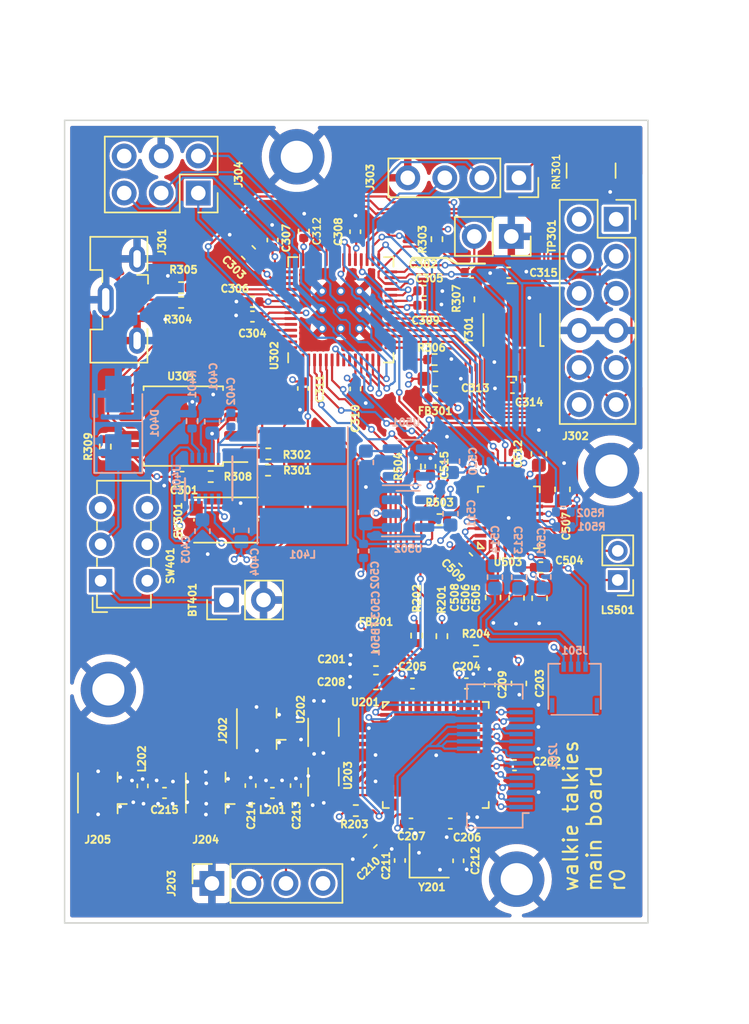
<source format=kicad_pcb>
(kicad_pcb (version 20211014) (generator pcbnew)

  (general
    (thickness 1.723)
  )

  (paper "A4")
  (layers
    (0 "F.Cu" signal)
    (1 "In1.Cu" signal)
    (2 "In2.Cu" signal)
    (31 "B.Cu" signal)
    (32 "B.Adhes" user "B.Adhesive")
    (33 "F.Adhes" user "F.Adhesive")
    (34 "B.Paste" user)
    (35 "F.Paste" user)
    (36 "B.SilkS" user "B.Silkscreen")
    (37 "F.SilkS" user "F.Silkscreen")
    (38 "B.Mask" user)
    (39 "F.Mask" user)
    (40 "Dwgs.User" user "User.Drawings")
    (41 "Cmts.User" user "User.Comments")
    (42 "Eco1.User" user "User.Eco1")
    (43 "Eco2.User" user "User.Eco2")
    (44 "Edge.Cuts" user)
    (45 "Margin" user)
    (46 "B.CrtYd" user "B.Courtyard")
    (47 "F.CrtYd" user "F.Courtyard")
    (48 "B.Fab" user)
    (49 "F.Fab" user)
    (50 "User.1" user)
    (51 "User.2" user)
    (52 "User.3" user)
    (53 "User.4" user)
    (54 "User.5" user)
    (55 "User.6" user)
    (56 "User.7" user)
    (57 "User.8" user)
    (58 "User.9" user)
  )

  (setup
    (stackup
      (layer "F.SilkS" (type "Top Silk Screen"))
      (layer "F.Paste" (type "Top Solder Paste"))
      (layer "F.Mask" (type "Top Solder Mask") (thickness 0.01))
      (layer "F.Cu" (type "copper") (thickness 0.035))
      (layer "dielectric 1" (type "core") (thickness 0.2021) (material "FR4") (epsilon_r 4.5) (loss_tangent 0.02))
      (layer "In1.Cu" (type "copper") (thickness 0.0175))
      (layer "dielectric 2" (type "prepreg") (thickness 1.1938) (material "FR4") (epsilon_r 4.5) (loss_tangent 0.02))
      (layer "In2.Cu" (type "copper") (thickness 0.0175))
      (layer "dielectric 3" (type "core") (thickness 0.2021) (material "FR4") (epsilon_r 4.5) (loss_tangent 0.02))
      (layer "B.Cu" (type "copper") (thickness 0.035))
      (layer "B.Mask" (type "Bottom Solder Mask") (thickness 0.01))
      (layer "B.Paste" (type "Bottom Solder Paste"))
      (layer "B.SilkS" (type "Bottom Silk Screen"))
      (copper_finish "Immersion gold")
      (dielectric_constraints no)
    )
    (pad_to_mask_clearance 0)
    (pcbplotparams
      (layerselection 0x00010fc_ffffffff)
      (disableapertmacros false)
      (usegerberextensions false)
      (usegerberattributes true)
      (usegerberadvancedattributes true)
      (creategerberjobfile true)
      (svguseinch false)
      (svgprecision 6)
      (excludeedgelayer true)
      (plotframeref false)
      (viasonmask false)
      (mode 1)
      (useauxorigin false)
      (hpglpennumber 1)
      (hpglpenspeed 20)
      (hpglpendiameter 15.000000)
      (dxfpolygonmode true)
      (dxfimperialunits true)
      (dxfusepcbnewfont true)
      (psnegative false)
      (psa4output false)
      (plotreference true)
      (plotvalue true)
      (plotinvisibletext false)
      (sketchpadsonfab false)
      (subtractmaskfromsilk false)
      (outputformat 1)
      (mirror false)
      (drillshape 0)
      (scaleselection 1)
      (outputdirectory "main-board/")
    )
  )

  (net 0 "")
  (net 1 "Net-(BT401-Pad1)")
  (net 2 "GND")
  (net 3 "/RF/DEVDD_3V3")
  (net 4 "Net-(C208-Pad1)")
  (net 5 "Net-(C209-Pad1)")
  (net 6 "Net-(C210-Pad1)")
  (net 7 "/RF/XTAL0")
  (net 8 "/RF/XTAL1")
  (net 9 "/RF/RF09_UNBAL")
  (net 10 "Net-(C214-Pad1)")
  (net 11 "/RF/RF09_CONN")
  (net 12 "/rp2040/RPI_3V3")
  (net 13 "/power/PGOOD")
  (net 14 "/rp2040/RPI_1V1")
  (net 15 "/rp2040/XIN")
  (net 16 "Net-(C315-Pad1)")
  (net 17 "Net-(C401-Pad1)")
  (net 18 "Net-(C402-Pad1)")
  (net 19 "Net-(C402-Pad2)")
  (net 20 "/power/VBIAS")
  (net 21 "/rp2040/PER_3V3")
  (net 22 "/audio/AVDD_1V8")
  (net 23 "GNDA")
  (net 24 "/audio/DVDDIO_3V3")
  (net 25 "Net-(C505-Pad2)")
  (net 26 "Net-(C506-Pad2)")
  (net 27 "Net-(C508-Pad2)")
  (net 28 "Net-(C509-Pad2)")
  (net 29 "/audio/DVDD_1V8")
  (net 30 "/audio/MIC_N")
  (net 31 "Net-(C513-Pad2)")
  (net 32 "Net-(C514-Pad1)")
  (net 33 "/audio/MIC_P")
  (net 34 "/power/VUSB")
  (net 35 "/RF/FE24_A")
  (net 36 "/RF/FE24_B")
  (net 37 "/RF/RXCLK_P")
  (net 38 "/RF/RXCLK_N")
  (net 39 "/RF/RXD24_P")
  (net 40 "/RF/RXD24_N")
  (net 41 "/RF/RXD09_P")
  (net 42 "/RF/RX09D_N")
  (net 43 "/RF/RF09_P")
  (net 44 "/RF/RF09_N")
  (net 45 "/RF/RF24_P")
  (net 46 "/RF/RF24_N")
  (net 47 "/RF/TXCLK_P")
  (net 48 "/RF/TXCLK_N")
  (net 49 "/RF/TXD_P")
  (net 50 "/RF/TXD_N")
  (net 51 "Net-(J202-Pad1)")
  (net 52 "/RF/FE09_A")
  (net 53 "/RF/FE09_B")
  (net 54 "/rp2040/USB_P")
  (net 55 "unconnected-(J301-Pad4)")
  (net 56 "/rp2040/USB_N")
  (net 57 "/audio/MAX_SCL")
  (net 58 "/audio/MAX_SDA")
  (net 59 "/rp2040/PER_IRQ")
  (net 60 "/rp2040/VOLUME")
  (net 61 "/rp2040/BOOST")
  (net 62 "/rp2040/PTT")
  (net 63 "/rp2040/SIGNAL_DETECT")
  (net 64 "/rp2040/TX_ACTIVE")
  (net 65 "/rp2040/SWCLK")
  (net 66 "/rp2040/SWDIO")
  (net 67 "/rp2040/FPGA_MISO")
  (net 68 "/rp2040/FPGA_CSN")
  (net 69 "/rp2040/FPGA_MOSI")
  (net 70 "/rp2040/FPGA_SCK")
  (net 71 "/audio/SPKR+")
  (net 72 "/audio/SPKR-")
  (net 73 "/RF/AT86RF_SCK")
  (net 74 "/RF/AT86RF_CSN")
  (net 75 "/RF/AT86RF_RSTN")
  (net 76 "/RF/AT86RF_IRQ")
  (net 77 "/rp2040/FLASH_CSN")
  (net 78 "Net-(R302-Pad2)")
  (net 79 "Net-(R304-Pad1)")
  (net 80 "Net-(R305-Pad1)")
  (net 81 "/rp2040/XOUT")
  (net 82 "Net-(R401-Pad2)")
  (net 83 "/audio/MAX_IRQ")
  (net 84 "unconnected-(SW401-Pad3)")
  (net 85 "unconnected-(U201-Pad22)")
  (net 86 "/RF/AT86RF_MOSI")
  (net 87 "/RF/AT86RF_MISO")
  (net 88 "/rp2040/FLASH_SDO")
  (net 89 "/rp2040/FLASH_IO2")
  (net 90 "/rp2040/FLASH_SDI")
  (net 91 "/rp2040/FLASH_SCK")
  (net 92 "/rp2040/FLASH_IO3")
  (net 93 "unconnected-(U302-Pad41)")
  (net 94 "unconnected-(U302-Pad40)")
  (net 95 "/rp2040/BAT_SENSE")
  (net 96 "unconnected-(U302-Pad37)")
  (net 97 "/audio/BCLK")
  (net 98 "/audio/MCLK")
  (net 99 "/audio/SDOUT")
  (net 100 "/audio/SDIN")
  (net 101 "/audio/LRCLK")
  (net 102 "unconnected-(U302-Pad9)")
  (net 103 "unconnected-(U302-Pad8)")
  (net 104 "unconnected-(U401-Pad11)")
  (net 105 "unconnected-(U501-Pad4)")
  (net 106 "unconnected-(U502-Pad4)")
  (net 107 "unconnected-(U503-Pad20)")
  (net 108 "unconnected-(U503-Pad21)")

  (footprint "Capacitor_SMD:C_0402_1005Metric" (layer "F.Cu") (at 30.74 63.06 180))

  (footprint "footprints2:AT86RF215-ZU" (layer "F.Cu") (at 41.94 60.46))

  (footprint "Capacitor_SMD:C_0402_1005Metric" (layer "F.Cu") (at 41.91 35.985 180))

  (footprint "Capacitor_SMD:C_0603_1608Metric" (layer "F.Cu") (at 49.01 39.83 90))

  (footprint "MountingHole:MountingHole_2.2mm_M2_ISO14580_Pad" (layer "F.Cu") (at 19.49 55.97))

  (footprint "Button_Switch_THT:SW_E-Switch_EG1271_DPDT" (layer "F.Cu") (at 18.96 48.5175 90))

  (footprint "Capacitor_SMD:C_0402_1005Metric" (layer "F.Cu") (at 39.48 67.69 -90))

  (footprint "Capacitor_SMD:C_0402_1005Metric" (layer "F.Cu") (at 29.24 62.56 90))

  (footprint "Capacitor_SMD:C_0402_1005Metric" (layer "F.Cu") (at 23.34 63.06 180))

  (footprint "Capacitor_SMD:C_0402_1005Metric" (layer "F.Cu") (at 32.84 35.345 -90))

  (footprint "Capacitor_SMD:C_0603_1608Metric" (layer "F.Cu") (at 49.06 49.72 90))

  (footprint "Capacitor_SMD:C_0603_1608Metric" (layer "F.Cu") (at 41.92 34.685))

  (footprint "Capacitor_SMD:C_0402_1005Metric" (layer "F.Cu") (at 44.04 55.56))

  (footprint "Capacitor_SMD:C_0402_1005Metric" (layer "F.Cu") (at 44.4 27.395))

  (footprint "Capacitor_SMD:C_0402_1005Metric" (layer "F.Cu") (at 49.15 47.61 180))

  (footprint "RF_Converter:Balun_Johanson_0896BM15A0001" (layer "F.Cu") (at 34.24 61.96 90))

  (footprint "Capacitor_SMD:C_0402_1005Metric" (layer "F.Cu") (at 29.36 29.405 180))

  (footprint "Capacitor_SMD:C_0603_1608Metric" (layer "F.Cu") (at 43.99 47.07 -45))

  (footprint "Connector_PinSocket_2.54mm:PinSocket_2x03_P2.54mm_Vertical" (layer "F.Cu") (at 25.655 21.955 -90))

  (footprint "MountingHole:MountingHole_2.2mm_M2_ISO14580_Pad" (layer "F.Cu") (at 53.99 40.97))

  (footprint "footprints:max9860etg&plus_" (layer "F.Cu") (at 46.95 44.18 90))

  (footprint "Capacitor_SMD:C_0402_1005Metric" (layer "F.Cu") (at 21.84 62.58 90))

  (footprint "Crystal:Crystal_SMD_0603-4Pin_6.0x3.5mm" (layer "F.Cu") (at 47.1575 31.3375 90))

  (footprint "Button_Switch_SMD:SW_Push_1P1T_NO_CK_KMR2" (layer "F.Cu") (at 27.56 44.36))

  (footprint "Connector_Coaxial:U.FL_Hirose_U.FL-R-SMT-1_Vertical" (layer "F.Cu") (at 26.64 63.06 180))

  (footprint "Resistor_SMD:R_0402_1005Metric" (layer "F.Cu") (at 36.46 64.27 180))

  (footprint "Capacitor_SMD:C_0402_1005Metric" (layer "F.Cu") (at 45.64 55.66 90))

  (footprint "Resistor_SMD:R_0402_1005Metric" (layer "F.Cu") (at 42.02 25.115 -90))

  (footprint "Resistor_SMD:R_0402_1005Metric" (layer "F.Cu") (at 30.46 39.825))

  (footprint "Capacitor_SMD:C_0402_1005Metric" (layer "F.Cu") (at 41.57 40.68 90))

  (footprint "Capacitor_SMD:C_0402_1005Metric" (layer "F.Cu") (at 47.2 35.305 180))

  (footprint "Resistor_SMD:R_0402_1005Metric" (layer "F.Cu") (at 26.51 41.38))

  (footprint "Package_SO:SOIC-8_5.23x5.23mm_P1.27mm" (layer "F.Cu") (at 24.63 37.925 180))

  (footprint "Connector_PinHeader_2.00mm:PinHeader_1x02_P2.00mm_Vertical" (layer "F.Cu") (at 54.42 48.47 180))

  (footprint "Resistor_SMD:R_0402_1005Metric" (layer "F.Cu") (at 42.2 44.33))

  (footprint "Connector_PinSocket_2.54mm:PinSocket_2x06_P2.54mm_Vertical" (layer "F.Cu") (at 54.31 23.75))

  (footprint "Connector_PinHeader_2.54mm:PinHeader_1x02_P2.54mm_Vertical" (layer "F.Cu") (at 27.59 49.84 90))

  (footprint "Capacitor_SMD:C_0402_1005Metric" (layer "F.Cu")
    (tedit 5F68FEEE) (tstamp 6bacc7bd-d8eb-4b34-a70a-4cf97da8a408)
    (at 47.34 61.16)
    (descr "Capacitor SMD 0402 (1005 Metric), square (rectangular) end terminal, IPC_7351 nominal, (Body size source: IPC-SM-782 page 76, https://www.pcb-3d.com/wordpress/wp-content/uploads/ipc-sm-782a_amendment_1_and_2.pdf), generated with kicad-footprint-generator")
    (tags "capacitor")
    (property "Digikey" "1276-1043-1-ND")
    (property "Sheetfile" "rf.kicad_sch")
    (property "Sheetname" "RF")
    (path "/65604e11-f72c-4f81-88ac-66de2086c286/0c7e8728-2685-4d65-8c94-b144dc593de9")
    (attr smd)
    (fp_text reference "C202" (at 2.21 -0.25) (layer "F.SilkS")
      (effects (font (size 0.5 0.5) (thickness 0.15)))
      (tstamp e5d75fcf-c27b-492d-9112-d9b7bbf221d8)
    )
    (fp_text value "0.1 uF" (at 0 1.16) (layer "F.Fab")
      (effects (font (size 1 1) (thickness 0.15)))
      (tstamp dca79c61-daa5-49f7-ba3d-223a80b0c60e)
  
... [1731943 chars truncated]
</source>
